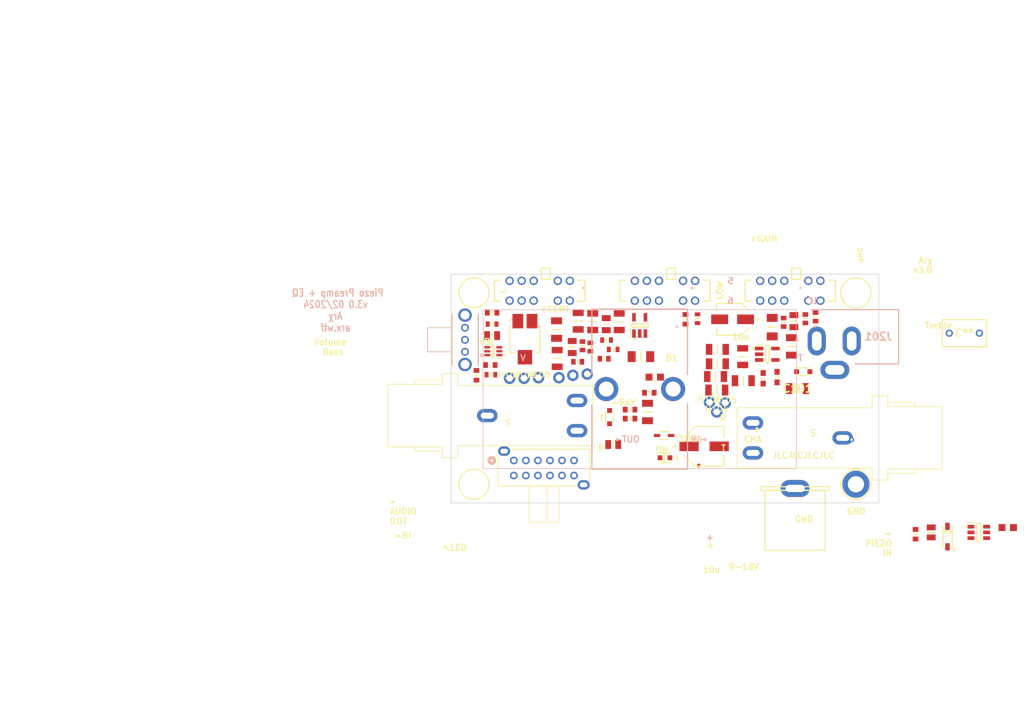
<source format=kicad_pcb>
(kicad_pcb (version 20221018) (generator pcbnew)
  (title_block (title "Piezo Preamp + EQ") (date "2024-01-17") (rev "2.3") (company "Arx") (comment 1 "v2.1: PCB: fixing pad sizes - some were too small") (comment 2 "v2.2: scheme, PCB: fixing T and R pins on audio jacks - they were swapped before") (comment 3 "v2.3: PCB: adjusting board size to better fit the enclosure. Increasing opamp pad sizes."))
  (layers (0 "F.Cu" signal) (1 "In1.Cu" power) (2 "In2.Cu" power) (31 "B.Cu" signal) (34 "B.Paste" user) (35 "F.Paste" user) (36 "B.SilkS" user "B.Silkscreen") (37 "F.SilkS" user "F.Silkscreen") (38 "B.Mask" user) (39 "F.Mask" user) (44 "Edge.Cuts" user))
  (net 0 "")
  (net 1 "PIEZO_ESD")
  (net 2 "GND")
  (net 3 "Vbi")
  (net 4 "VS")
  (net 5 "Vbias")
  (net 6 "/3-BatteryIndicator/BI_B2")
  (net 7 "/1-ChargeAmpAndEQ/BA_1")
  (net 8 "/1-ChargeAmpAndEQ/BA_3")
  (net 9 "/1-ChargeAmpAndEQ/C_SW_5")
  (net 10 "/1-ChargeAmpAndEQ/C_SW_2")
  (net 11 "/1-ChargeAmpAndEQ/C_SW_4")
  (net 12 "/1-ChargeAmpAndEQ/CH_A_INV")
  (net 13 "/1-ChargeAmpAndEQ/CH_A_OUT")
  (net 14 "/1-ChargeAmpAndEQ/G_SW_10")
  (net 15 "/1-ChargeAmpAndEQ/G_SW_9")
  (net 16 "/1-ChargeAmpAndEQ/G_SW_7")
  (net 17 "/1-ChargeAmpAndEQ/G_SW_6")
  (net 18 "/1-ChargeAmpAndEQ/BAX_IN")
  (net 20 "/1-ChargeAmpAndEQ/LPF_SW_9")
  (net 21 "/1-ChargeAmpAndEQ/LPF_SW_7")
  (net 22 "/1-ChargeAmpAndEQ/LPF_SW_6")
  (net 23 "/1-ChargeAmpAndEQ/BAX_A_INV")
  (net 24 "/1-ChargeAmpAndEQ/TR_2")
  (net 25 "/1-ChargeAmpAndEQ/C_SW_6")
  (net 26 "/1-ChargeAmpAndEQ/C_SW_9")
  (net 27 "/1-ChargeAmpAndEQ/C_SW_7")
  (net 28 "AUDIO_ESD")
  (net 29 "/2-Power/DC_IN_POS")
  (net 30 "/2-Power/RP_GATE")
  (net 31 "/3-BatteryIndicator/LED_K")
  (net 32 "DC_IN_NEG")
  (net 33 "/1-ChargeAmpAndEQ/BA_2")
  (net 34 "/1-ChargeAmpAndEQ/BAX_A_OUT")
  (net 35 "/3-BatteryIndicator/BI_SW")
  (net 36 "/3-BatteryIndicator/TRIM_BI_3")
  (net 37 "/3-BatteryIndicator/BI_B1")
  (net 38 "/3-BatteryIndicator/TRIM_LED_1")
  (net 39 "/3-BatteryIndicator/BI_C1")
  (net 40 "/1-ChargeAmpAndEQ/TR_3")
  (net 41 "/1-ChargeAmpAndEQ/TR_1")
  (net 54 "/1-ChargeAmpAndEQ/CIN_RIN")
  (net 55 "/1-ChargeAmpAndEQ/ROUT_COUT")
  (net 56 "/1-ChargeAmpAndEQ/VOL_3")
  (net 57 "/2-Power/DC_IN_ESD")
  (net 58 "PIEZO_IN")
  (net 59 "AUDIO_OUT")
  (net 60 "Net-(J201-SWITCH)")
  (net 61 "Net-(S201-Pad1)")
  (footprint "library:FreePad_1.1mm_2.0mm" (layer "F.Cu") (at 132.8 92.25 90)
    (fp_text reference "H103" hide)
    (fp_text value "Bass 3")
    (pad "1" thru_hole circle (at 0 0 90) (size 1.9 1.9) (drill 1.1) (layers "*.Cu" "*.Mask") (net 8 "/1-ChargeAmpAndEQ/BA_3"))
  )
  (footprint "library:FreePad_1.1mm_2.0mm" (layer "F.Cu") (at 124.6 92.35)
    (fp_text reference "H107" (at 0 -0.5 unlocked) (layer "F.SilkS"))
    (fp_text value "Volume 1")
    (pad "1" thru_hole circle (at 0 0) (size 1.9 1.9) (drill 1.1) (layers "*.Cu" "*.Mask") (net 2 "GND"))
  )
  (footprint "MountingHole:MountingHole_2.7mm_M2.5_ISO14580_Pad" (layer "F.Cu") (at 182.1 109.95)
    (fp_text reference "H401" hide)
    (fp_text value "M2.5 MountingHole_Pad")
    (pad "1" thru_hole circle (at 0 0) (size 4.5 4.5) (drill 2.7) (layers "*.Cu" "*.Mask") (net 2 "GND"))
  )
  (footprint "library:MCA1206MD1005BP100" (layer "F.Cu") (at 146.4 88.75 180)
    (fp_text reference "R104" hide)
    (fp_text value "10M" hide)
    (pad "1" smd rect (at -1.5375 0 180) (size 1.325 1.8) (layers "F.Cu" "F.Paste" "F.Mask") (net 34 "/1-ChargeAmpAndEQ/BAX_A_OUT"))
    (pad "2" smd rect (at 1.5375 0 180) (size 1.325 1.8) (layers "F.Cu" "F.Paste" "F.Mask") (net 23 "/1-ChargeAmpAndEQ/BAX_A_INV"))
  )
  (footprint "library:EEEFTH101XAP" (layer "F.Cu") (at 156.9 103.65)
    (fp_text reference "C103" hide)
    (fp_text value "100u 50V" hide)
    (fp_text user "+" (at -5.5 0.5 unlocked) (layer "F.SilkS") (effects (font (thickness 0.17) bold) (justify left bottom)))
    (pad "1" smd rect (at -2.5 0 90) (size 1.6 3.2) (layers "F.Cu" "F.Paste" "F.Mask") (net 55 "/1-ChargeAmpAndEQ/ROUT_COUT"))
    (pad "2" smd rect (at 2.5 0 90) (size 1.6 3.2) (layers "F.Cu" "F.Paste" "F.Mask") (net 56 "/1-ChargeAmpAndEQ/VOL_3"))
  )
  (footprint "library:GRM1885C1H101JA01D" (layer "F.Cu") (at 140.3 89.1)
    (fp_text reference "C102" hide)
    (fp_text value "100p" hide)
    (pad "1" smd rect (at -0.7 0) (size 0.75 0.94) (layers "F.Cu" "F.Paste" "F.Mask") (net 23 "/1-ChargeAmpAndEQ/BAX_A_INV"))
    (pad "2" smd rect (at 0.7 0) (size 0.75 0.94) (layers "F.Cu" "F.Paste" "F.Mask") (net 34 "/1-ChargeAmpAndEQ/BAX_A_OUT"))
  )
  (footprint "library:GRM1885C1H103JA01D" (layer "F.Cu") (at 173.7 82.45 90)
    (fp_text reference "Cf103" hide)
    (fp_text value "10n" hide)
    (pad "1" smd rect (at -0.7 0 90) (size 0.75 0.94) (layers "F.Cu" "F.Paste" "F.Mask") (net 12 "/1-ChargeAmpAndEQ/CH_A_INV"))
    (pad "2" smd rect (at 0.7 0 90) (size 0.75 0.94) (layers "F.Cu" "F.Paste" "F.Mask") (net 16 "/1-ChargeAmpAndEQ/G_SW_7"))
  )
  (footprint "library:cap_B32529C105J" (layer "F.Cu") (at 197.6 84.85)
    (fp_text reference "C**" (at 2.5 0) (layer "F.SilkS") (effects (font (size 1.27 1.27) (thickness 0.254))))
    (fp_text value "B32529C105J" hide)
    (pad "1" thru_hole circle (at 0 0) (size 1.2 1.2) (drill 0.7) (layers "*.Cu" "*.Mask"))
    (pad "2" thru_hole circle (at 5 0) (size 1.2 1.2) (drill 0.7) (layers "*.Cu" "*.Mask"))
  )
  (footprint "library:FreePad_1.1mm_2.0mm" (layer "F.Cu") (at 127 92.35)
    (fp_text reference "H109" (at 0 -0.5 unlocked) (layer "F.SilkS"))
    (fp_text value "Volume 3")
    (pad "1" thru_hole circle (at 0 0) (size 1.9 1.9) (drill 1.1) (layers "*.Cu" "*.Mask") (net 56 "/1-ChargeAmpAndEQ/VOL_3"))
  )
  (footprint "library:D20V0L1B2WS-7" (layer "F.Cu") (at 150.25 101.85)
    (fp_text reference "D201" hide)
    (fp_text value "20V 15pF" hide)
    (pad "1" smd rect (at -1.162 0 90) (size 0.5 1.075) (layers "F.Cu" "F.Paste" "F.Mask") (net 2 "GND"))
    (pad "2" smd rect (at 1.162 0 90) (size 0.5 1.075) (layers "F.Cu" "F.Paste" "F.Mask") (net 57 "/2-Power/DC_IN_ESD"))
  )
  (footprint "library:KEYSTONE-5201" (layer "F.Cu") (at 172 110.65 180)
    (fp_text reference "J401" hide)
    (fp_text value "Spring Contact" hide)
    (pad "1" thru_hole oval (at 0 0 180) (size 4.8 2.8) (drill oval 3.2 1.2) (layers "*.Cu" "*.Mask") (net 2 "GND"))
  )
  (footprint "library:GRM1885C1H472JA01D" (layer "F.Cu") (at 175.3 85.65 90)
    (fp_text reference "Cf104" hide)
    (fp_text value "4n7" hide)
    (pad "1" smd rect (at -0.7 0 90) (size 0.75 0.94) (layers "F.Cu" "F.Paste" "F.Mask") (net 12 "/1-ChargeAmpAndEQ/CH_A_INV"))
    (pad "2" smd rect (at 0.7 0 90) (size 0.75 0.94) (layers "F.Cu" "F.Paste" "F.Mask") (net 15 "/1-ChargeAmpAndEQ/G_SW_9"))
  )
  (footprint "library:GRM31C5C1H224JE02L" (layer "F.Cu") (at 159.1 87.55 180)
    (fp_text reference "Clp105" hide)
    (fp_text value "220n" hide)
    (pad "1" smd rect (at -1.38 0 180) (size 1.07 1.82) (layers "F.Cu" "F.Paste" "F.Mask") (net 18 "/1-ChargeAmpAndEQ/BAX_IN"))
    (pad "2" smd rect (at 1.38 0 180) (size 1.07 1.82) (layers "F.Cu" "F.Paste" "F.Mask") (net 21 "/1-ChargeAmpAndEQ/LPF_SW_7"))
  )
  (footprint "library:GRM1885C1H682JA01D" (layer "F.Cu") (at 135.9 89.6)
    (fp_text reference "Ct101" hide)
    (fp_text value "6n8" hide)
    (pad "1" smd rect (at -0.7 0) (size 0.75 0.94) (layers "F.Cu" "F.Paste" "F.Mask") (net 23 "/1-ChargeAmpAndEQ/BAX_A_INV"))
    (pad "2" smd rect (at 0.7 0) (size 0.75 0.94) (layers "F.Cu" "F.Paste" "F.Mask") (net 24 "/1-ChargeAmpAndEQ/TR_2"))
  )
  (footprint "library:RT0603BRD0747KL" (layer "F.Cu") (at 121.4 90.15 180)
    (fp_text reference "R303" hide)
    (fp_text value "47k" hide)
    (pad "1" smd rect (at -0.8 0 180) (size 0.8 0.95) (layers "F.Cu" "F.Paste" "F.Mask") (net 3 "Vbi"))
    (pad "2" smd rect (at 0.8 0 180) (size 0.8 0.95) (layers "F.Cu" "F.Paste" "F.Mask") (net 37 "/3-BatteryIndicator/BI_B1"))
  )
  (footprint "MountingHole:MountingHole_2.7mm_M2.5_ISO14580" (layer "F.Cu") (at 118.7 109.95)
    (fp_text reference "H402" hide)
    (fp_text value "M2.5 MountingHole")
    (pad "" np_thru_hole circle locked (at 0 0) (size 2.7 2.7) (drill 2.7) (layers "*.Cu" "*.Mask"))
  )
  (footprint "library:RT0603BRD0747KL" (layer "F.Cu") (at 144.6 97.55)
    (fp_text reference "R203" hide)
    (fp_text value "47k" hide)
    (pad "1" smd rect (at -0.8 0) (size 0.8 0.95) (layers "F.Cu" "F.Paste" "F.Mask") (net 4 "VS"))
    (pad "2" smd rect (at 0.8 0) (size 0.8 0.95) (layers "F.Cu" "F.Paste" "F.Mask") (net 5 "Vbias"))
  )
  (footprint "library:GRM21BR61E226ME44L" (layer "F.Cu") (at 194.6 117.95 -90)
    (fp_text reference "C201" hide)
    (fp_text value "22u" hide)
    (pad "1" smd rect (at -0.83 0 270) (size 0.97 1.47) (layers "F.Cu" "F.Paste" "F.Mask") (net 2 "GND"))
    (pad "2" smd rect (at 0.83 0 270) (size 0.97 1.47) (layers "F.Cu" "F.Paste" "F.Mask") (net 3 "Vbi"))
  )
  (footprint "library:FreePad_1.1mm_2.0mm" (layer "F.Cu") (at 159 97.95)
    (fp_text reference "H104" (at 0 -0.5 unlocked) (layer "F.SilkS"))
    (fp_text value "Treble 1")
    (pad "1" thru_hole circle (at 0 0) (size 1.9 1.9) (drill 1.1) (layers "*.Cu" "*.Mask") (net 41 "/1-ChargeAmpAndEQ/TR_1"))
  )
  (footprint "library:OPA145IDBVR" (layer "F.Cu") (at 167.3875 88.35)
    (fp_text reference "U101" hide)
    (fp_text value "OPA145" hide)
    (pad "1" smd rect (at -1.35 -0.95 90) (size 0.6 1.4) (layers "F.Cu" "F.Paste" "F.Mask") (net 13 "/1-ChargeAmpAndEQ/CH_A_OUT"))
    (pad "2" smd rect (at -1.35 0 90) (size 0.6 1.4) (layers "F.Cu" "F.Paste" "F.Mask") (net 2 "GND"))
    (pad "3" smd rect (at -1.35 0.95 90) (size 0.6 1.4) (layers "F.Cu" "F.Paste" "F.Mask") (net 5 "Vbias"))
    (pad "4" smd rect (at 1.35 0.95 90) (size 0.6 1.4) (layers "F.Cu" "F.Paste" "F.Mask") (net 12 "/1-ChargeAmpAndEQ/CH_A_INV"))
    (pad "5" smd rect (at 1.35 -0.95 90) (size 0.6 1.4) (layers "F.Cu" "F.Paste" "F.Mask") (net 4 "VS"))
  )
  (footprint "library:SSSS224100" (layer "F.Cu") (at 150.4 76.05 180)
    (fp_text reference "S102" hide)
    (fp_text value "SSSS224100" hide)
    (pad "1" thru_hole circle locked (at -5 -0.1 180) (size 1.4 1.4) (drill 0.9) (layers "*.Cu" "*.Mask"))
    (pad "2" thru_hole circle locked (at -3 -0.1 180) (size 1.4 1.4) (drill 0.9) (layers "*.Cu" "*.Mask"))
    (pad "3" thru_hole circle locked (at 1 -0.1 180) (size 1.4 1.4) (drill 0.9) (layers "*.Cu" "*.Mask"))
    (pad "4" thru_hole circle locked (at 3 -0.1 180) (size 1.4 1.4) (drill 0.9) (layers "*.Cu" "*.Mask"))
    (pad "5" thru_hole circle locked (at 5 -0.1 180) (size 1.4 1.4) (drill 0.9) (layers "*.Cu" "*.Mask"))
    (pad "6" thru_hole circle locked (at 5 -3.4 180) (size 1.4 1.4) (drill 0.9) (layers "*.Cu" "*.Mask") (net 22 "/1-ChargeAmpAndEQ/LPF_SW_6"))
    (pad "7" thru_hole circle locked (at 3 -3.4 180) (size 1.4 1.4) (drill 0.9) (layers "*.Cu" "*.Mask") (net 21 "/1-ChargeAmpAndEQ/LPF_SW_7"))
    (pad "8" thru_hole circle locked (at 1 -3.4 180) (size 1.4 1.4) (drill 0.9) (layers "*.Cu" "*.Mask") (net 13 "/1-ChargeAmpAndEQ/CH_A_OUT"))
    (pad "9" thru_hole circle locked (at -3 -3.4 180) (size 1.4 1.4) (drill 0.9) (layers "*.Cu" "*.Mask") (net 20 "/1-ChargeAmpAndEQ/LPF_SW_9"))
    (pad "10" thru_hole circle locked (at -5 -3.4 180) (size 1.4 1.4) (drill 0.9) (layers "*.Cu" "*.Mask"))
  )
  (footprint "library:RT0603DRD072K2L" (layer "F.Cu") (at 147.8 94.75 180)
    (fp_text reference "Rt102" hide)
    (fp_text value "2k2" hide)
    (pad "1" smd rect (at -0.8 0 180) (size 0.8 0.95) (layers "F.Cu" "F.Paste" "F.Mask") (net 41 "/1-ChargeAmpAndEQ/TR_1"))
    (pad "2" smd rect (at 0.8 0 180) (size 0.8 0.95) (layers "F.Cu" "F.Paste" "F.Mask") (net 34 "/1-ChargeAmpAndEQ/BAX_A_OUT"))
  )
  (footprint "library:GRM31C5C1H683JA01L" (layer "F.Cu") (at 159 94.3)
    (fp_text reference "Clp101" hide)
    (fp_text value "68n" hide)
    (pad "1" smd rect (at -1.38 0) (size 1.07 1.82) (layers "F.Cu" "F.Paste" "F.Mask") (net 13 "/1-ChargeAmpAndEQ/CH_A_OUT"))
    (pad "2" smd rect (at 1.38 0) (size 1.07 1.82) (layers "F.Cu" "F.Paste" "F.Mask") (net 18 "/1-ChargeAmpAndEQ/BAX_IN"))
  )
  (footprint "library:CDSOD323-T12LC" (layer "F.Cu") (at 141.2 98.8 90)
    (fp_text reference "D102" hide)
    (fp_text value "12V 1pF" hide)
    (pad "1" smd rect (at -1.1 0 180) (size 0.8 0.8) (layers "F.Cu" "F.Paste" "F.Mask") (net 2 "GND"))
    (pad "2" smd rect (at 1.1 0 180) (size 0.8 0.8) (layers "F.Cu" "F.Paste" "F.Mask") (net 28 "AUDIO_ESD"))
  )
  (footprint "library:RT0603BRD07100KL" (layer "F.Cu") (at 121.7 81.45 180)
    (fp_text reference "R301" hide)
    (fp_text value "100k" hide)
    (pad "1" smd rect (at -0.8 0 180) (size 0.8 0.95) (layers "F.Cu" "F.Paste" "F.Mask") (net 35 "/3-BatteryIndicator/BI_SW"))
    (pad "2" smd rect (at 0.8 0 180) (size 0.8 0.95) (layers "F.Cu" "F.Paste" "F.Mask") (net 6 "/3-BatteryIndicator/BI_B2"))
  )
  (footprint "library:GRM31C5C2A104JA01L" (layer "F.Cu") (at 132.5 89.05 90)
    (fp_text reference "C206" hide)
    (fp_text value "100n" hide)
    (pad "1" smd rect (at -1.38 0 90) (size 1.07 1.82) (layers "F.Cu" "F.Paste" "F.Mask") (net 2 "GND"))
    (pad "2" smd rect (at 1.38 0 90) (size 1.07 1.82) (layers "F.Cu" "F.Paste" "F.Mask") (net 4 "VS"))
  )
  (footprint "library:GRM21BR61E226ME44L" (layer "F.Cu") (at 121.7 85.25 180)
    (fp_text reference "C301" hide)
    (fp_text value "22u" hide)
    (pad "1" smd rect (at -0.83 0 180) (size 0.97 1.47) (layers "F.Cu" "F.Paste" "F.Mask") (net 2 "GND"))
    (pad "2" smd rect (at 0.83 0 180) (size 0.97 1.47) (layers "F.Cu" "F.Paste" "F.Mask") (net 6 "/3-BatteryIndicator/BI_B2"))
  )
  (footprint "MountingHole:MountingHole_2.7mm_M2.5_ISO14580" (layer "F.Cu") (at 182.1 78.15)
    (fp_text reference "H404" hide)
    (fp_text value "M2.5 MountingHole")
    (pad "" np_thru_hole circle locked (at 0 0) (size 2.7 2.7) (drill 2.7) (layers "*.Cu" "*.Mask"))
  )
  (footprint "library:RT0603BRD0710KL" (layer "F.Cu") (at 119.1 91.85 90)
    (fp_text reference "R304" hide)
    (fp_text value "10k" hide)
    (pad "1" smd rect (at -0.8 0 90) (size 0.8 0.95) (layers "F.Cu" "F.Paste" "F.Mask") (net 31 "/3-BatteryIndicator/LED_K"))
    (pad "2" smd rect (at 0.8 0 90) (size 0.8 0.95) (layers "F.Cu" "F.Paste" "F.Mask") (net 39 "/3-BatteryIndicator/BI_C1"))
  )
  (footprint "library:EEEFK1H100UR" (layer "F.Cu") (at 161.625 82.55 180)
    (fp_text reference "Clp103" hide)
    (fp_text value "10u 50V" hide)
    (fp_text user "+" (at -4.95 0.5 180 unlocked) (layer "F.SilkS") (effects (font (thickness 0.17) bold) (justify left bottom)))
    (pad "1" smd rect (at -2.15 0 270) (size 1.6 2.8) (layers "F.Cu" "F.Paste" "F.Mask") (net 22 "/1-ChargeAmpAndEQ/LPF_SW_6"))
    (pad "2" smd rect (at 2.15 0 270) (size 1.6 2.8) (layers "F.Cu" "F.Paste" "F.Mask") (net 18 "/1-ChargeAmpAndEQ/BAX_IN"))
  )
  (footprint "library:DDZ12B-7" (layer "F.Cu") (at 197.3 118.65 -90)
    (fp_text reference "D202" hide)
    (fp_text value "DDZ12B-7" hide)
    (fp_text user "+" (at 1.4 -0.6 -90 unlocked) (layer "F.SilkS") (effects (font (thickness 0.17) bold) (justify left bottom)))
    (pad "1" smd rect (at -1.7 0) (size 0.75 1.2) (layers "F.Cu" "F.Paste" "F.Mask") (net 3 "Vbi"))
    (pad "2" smd rect (at 1.7 0) (size 0.75 1.2) (layers "F.Cu" "F.Paste" "F.Mask") (net 30 "/2-Power/RP_GATE"))
  )
  (footprint "library:ERA-6AEB101V" (layer "F.Cu") (at 207.3 117.15 180)
    (fp_text reference "R202" hide)
    (fp_text value "100R" hide)
    (pad "1" smd rect (at -0.95 0 180) (size 1.15 1.15) (layers "F.Cu" "F.Paste" "F.Mask") (net 4 "VS"))
    (pad "2" smd rect (at 0.95 0 180) (size 1.15 1.15) (layers "F.Cu" "F.Paste" "F.Mask") (net 3 "Vbi"))
  )
  (footprint "library:GRM31C5C2A104JA01L" (layer "F.Cu") (at 163.4 92.75)
    (fp_text reference "C204" hide)
    (fp_text value "100n" hide)
    (pad "1" smd rect (at -1.38 0) (size 1.07 1.82) (layers "F.Cu" "F.Paste" "F.Mask") (net 2 "GND"))
    (pad "2" smd rect (at 1.38 0) (size 1.07 1.82) (layers "F.Cu" "F.Paste" "F.Mask") (net 4 "VS"))
  )
  (footprint "library:ST-4ETB103" (layer "F.Cu") (at 127.149849 85.85 180)
    (fp_text reference "RV301" hide)
    (fp_text value "trim B10k" hide)
    (pad "1" smd rect (at 1.175 3 180) (size 1.8 2.4) (layers "F.Cu" "F.Paste" "F.Mask") (net 2 "GND"))
    (pad "2" smd rect (at 0 -3 180) (size 2.4 2.4) (layers "F.Cu" "F.Paste" "F.Mask") (net 36 "/3-BatteryIndicator/TRIM_BI_3"))
    (pad "3" smd rect (at -1.175 3 180) (size 1.8 2.4) (layers "F.Cu" "F.Paste" "F.Mask") (net 36 "/3-BatteryIndicator/TRIM_BI_3"))
  )
  (footprint "library:FreePad_1.1mm_2.0mm" (layer "F.Cu") (at 137.5 91.65 90)
    (fp_text reference "H102" hide)
    (fp_text value "Bass 2")
    (pad "1" thru_hole circle (at 0 0 90) (size 1.9 1.9) (drill 1.1) (layers "*.Cu" "*.Mask") (net 33 "/1-ChargeAmpAndEQ/BA_2"))
  )
  (footprint "library:C3216X5R1H106K160AB" (layer "F.Cu") (at 147.5 97.95 90)
    (fp_text reference "C203" hide)
    (fp_text value "10u" hide)
    (pad "1" smd rect (at -1.45 0 90) (size 1.15 1.82) (layers "F.Cu" "F.Paste" "F.Mask") (net 2 "GND"))
    (pad "2" smd rect (at 1.45 0 90) (size 1.15 1.82) (layers "F.Cu" "F.Paste" "F.Mask") (net 5 "Vbias"))
  )
  (footprint "library:GRM31C5C1H683JA01L" (layer "F.Cu") (at 142.8 82.95 90)
    (fp_text reference "Cb101" hide)
    (fp_text value "68n" hide)
    (pad "1" smd rect (at -1.38 0 90) (size 1.07 1.82) (layers "F.Cu" "F.Paste" "F.Mask") (net 7 "/1-ChargeAmpAndEQ/BA_1"))
    (pad "2" smd rect (at 1.38 0 90) (size 1.07 1.82) (layers "F.Cu" "F.Paste" "F.Mask") (net 8 "/1-ChargeAmpAndEQ/BA_3"))
  )
  (footprint "library:GRM31C5C1E474JE01L" (layer "F.Cu") (at 172.4 94.05)
    (fp_text reference "C101" (at 0 0) (layer "F.SilkS") (effects (font (size 1.27 1.27) (thickness 0.254))))
    (fp_text value "0.47u" hide)
    (pad "1" smd rect (at -1.38 0) (size 1.07 1.82) (layers "F.Cu" "F.Paste" "F.Mask") (net 54 "/1-ChargeAmpAndEQ/CIN_RIN"))
    (pad "2" smd rect (at 1.38 0) (size 1.07 1.82) (layers "F.Cu" "F.Paste" "F.Mask") (net 1 "PIEZO_ESD"))
  )
  (footprint "library:GRM31C5C1H683JA01L" (layer "F.Cu") (at 138.4 82.95 -90)
    (fp_text reference "Cb103" hide)
    (fp_text value "68n" hide)
    (pad "1" smd rect (at -1.38 0 270) (size 1.07 1.82) (layers "F.Cu" "F.Paste" "F.Mask") (net 11 "/1-ChargeAmpAndEQ/C_SW_4"))
    (pad "2" smd rect (at 1.38 0 270) (size 1.07 1.82) (layers "F.Cu" "F.Paste" "F.Mask") (net 7 "/1-ChargeAmpAndEQ/BA_1"))
  )
  (footprint "library:RT0603BRD0710KL" (layer "F.Cu") (at 192 118.25 90)
    (fp_text reference "R201" hide)
    (fp_text value "10k" hide)
    (pad "1" smd rect (at -0.8 0 90) (size 0.8 0.95) (layers "F.Cu" "F.Paste" "F.Mask") (net 30 "/2-Power/RP_GATE"))
    (pad "2" smd rect (at 0.8 0 90) (size 0.8 0.95) (layers "F.Cu" "F.Paste" "F.Mask") (net 2 "GND"))
  )
  (footprint "library:C3216X5R1H106K160AB" (layer "F.Cu") (at 132.4 84.25 90)
    (fp_text reference "C207" hide)
    (fp_text value "10u" hide)
    (pad "1" smd rect (at -1.45 0 90) (size 1.15 1.82) (layers "F.Cu" "F.Paste" "F.Mask") (net 2 "GND"))
    (pad "2" smd rect (at 1.45 0 90) (size 1.15 1.82) (layers "F.Cu" "F.Paste" "F.Mask") (net 4 "VS"))
  )
  (footprint "library:FreePad_1.1mm_2.0mm" (layer "F.Cu") (at 135.1 91.85 90)
    (fp_text reference "H101" hide)
    (fp_text value "Bass 1")
    (pad "1" thru_hole circle (at 0 0 90) (size 1.9 1.9) (drill 1.1) (layers "*.Cu" "*.Mask") (net 7 "/1-ChargeAmpAndEQ/BA_1"))
  )
  (footprint "library:OPA145IDBVR" (layer "F.Cu") (at 146.2 83.5625 90)
    (fp_text reference "U102" hide)
    (fp_text value "OPA145" hide)
    (pad "1" smd rect (at -1.35 -0.95 180) (size 0.6 1.4) (layers "F.Cu" "F.Paste" "F.Mask") (net 34 "/1-ChargeAmpAndEQ/BAX_A_OUT"))
    (pad "2" smd rect (at -1.35 0 180) (size 0.6 1.4) (layers "F.Cu" "F.Paste" "F.Mask") (net 2 "GND"))
    (pad "3" smd rect (at -1.35 0.95 180) (size 0.6 1.4) (layers "F.Cu" "F.Paste" "F.Mask") (net 5 "Vbias"))
    (pad "4" smd rect (at 1.35 0.95 180) (size 0.6 1.4) (layers "F.Cu" "F.Paste" "F.Mask") (net 23 "/1-ChargeAmpAndEQ/BAX_A_INV"))
    (pad "5" smd rect (at 1.35 -0.95 180) (size 0.6 1.4) (layers "F.Cu" "F.Paste" "F.Mask") (net 4 "VS"))
  )
  (footprint "library:ERA-3AEB392V" (layer "F.Cu") (at 121.5 91.75 180)
    (fp_text reference "R304" hide)
    (fp_text value "3k9" hide)
    (pad "1" smd rect (at -0.725 0 180) (size 0.65 0.9) (layers "F.Cu" "F.Paste" "F.Mask") (net 38 "/3-BatteryIndicator/TRIM_LED_1"))
    (pad "2" smd rect (at 0.725 0 180) (size 0.65 0.9) (layers "F.Cu" "F.Paste" "F.Mask") (net 39 "/3-BatteryIndicator/BI_C1"))
  )
  (footprint "library:RT0603DRD072K2L" (layer "F.Cu") (at 153.8 82.55 90)
    (fp_text reference "Rt101" hide)
    (fp_text value "2k2" hide)
    (pad "1" smd rect (at -0.8 0 90) (size 0.8 0.95) (layers "F.Cu" "F.Paste" "F.Mask") (net 18 "/1-ChargeAmpAndEQ/BAX_IN"))
    (pad "2" smd rect (at 0.8 0 90) (size 0.8 0.95) (layers "F.Cu" "F.Paste" "F.Mask") (net 40 "/1-ChargeAmpAndEQ/TR_3"))
  )
  (footprint "library:GRM1885C1H472JA01D" (layer "F.Cu") (at 138 87.15 90)
    (fp_text reference "Ct104" hide)
    (fp_text value "4n7" hide)
    (pad "1" smd rect (at -0.7 0 90) (size 0.75 0.94) (layers "F.Cu" "F.Paste" "F.Mask") (net 24 "/1-ChargeAmpAndEQ/TR_2"))
    (pad "2" smd rect (at 0.7 0 90) (size 0.75 0.94) (layers "F.Cu" "F.Paste" "F.Mask") (net 26 "/1-ChargeAmpAndEQ/C_SW_9"))
  )
  (footprint "library:CUI_SJ-63053A" (layer "F.Cu") (at 120.9 98.55)
    (fp_text reference "J102" hide)
    (fp_text value "6.3mm stereo")
    (pad "1" thru_hole oval (at 0 0) (size 3.4 2.2) (drill oval 2.2 1) (layers "*.Cu" "*.Mask") (net 2 "GND"))
    (pad "2" thru_hole oval (at 14.9 2.5) (size 3.4 2.2) (drill oval 2.2 1) (layers "*.Cu" "*.Mask") (net 59 "AUDIO_OUT"))
    (pad "3" thru_hole oval (at 14.9 -2.5) (size 3.4 2.2) (drill oval 2.2 1) (layers "*.Cu" "*.Mask") (net 32 "DC_IN_NEG"))
  )
  (footprint "library:CUI_SJ-63053A" (layer "F.Cu") (at 179.9 102.25 180)
    (fp_text reference "J101" hide)
    (fp_text value "6.3mm stereo")
    (pad "1" thru_hole oval locked (at 0 0 180) (size 3.4 2.2) (drill oval 2.2 1) (layers "*.Cu" "*.Mask") (net 2 "GND"))
    (pad "2" thru_hole oval locked (at 14.9 2.5 180) (size 3.4 2.2) (drill oval 2.2 1) (layers "*.Cu" "*.Mask") (net 58 "PIEZO_IN"))
    (pad "3" thru_hole oval locked (at 14.9 -2.5 180) (size 3.4 2.2) (drill oval 2.2 1) (layers "*.Cu" "*.Mask") (net 2 "GND"))
  )
  (footprint "library:pot_R16148-1A-1_FabOnly" (layer "F.Cu") (at 176.1 50.45 -90)
    (fp_text reference "Volume" hide)
    (fp_text value "Volume")
  )
  (footprint "library:GRM1885C1H682JA01D" (layer "F.Cu") (at 136.7 86.95 90)
    (fp_text reference "Ct103" hide)
    (fp_text value "6n8" hide)
    (pad "1" smd rect (at -0.7 0 90) (size 0.75 0.94) (layers "F.Cu" "F.Paste" "F.Mask") (net 24 "/1-ChargeAmpAndEQ/TR_2"))
    (pad "2" smd rect (at 0.7 0 90) (size 0.75 0.94) (layers "F.Cu" "F.Paste" "F.Mask") (net 27 "/1-ChargeAmpAndEQ/C_SW_7"))
  )
  (footprint "library:GRM31C5C1H224JE02L" (layer "F.Cu") (at 159.1 89.95 180)
    (fp_text reference "Clp104" hide)
    (fp_text value "220n" hide)
    (pad "1" smd rect (at -1.38 0 180) (size 1.07 1.82) (layers "F.Cu" "F.Paste" "F.Mask") (net 18 "/1-ChargeAmpAndEQ/BAX_IN"))
    (pad "2" smd rect (at 1.38 0 180) (size 1.07 1.82) (layers "F.Cu" "F.Paste" "F.Mask") (net 21 "/1-ChargeAmpAndEQ/LPF_SW_7"))
  )
  (footprint "library:C3216X5R1H106K160AB" (layer "F.Cu") (at 171.4 87.05 90)
    (fp_text reference "C205" hide)
    (fp_text value "10u" hide)
    (pad "1" smd rect (at -1.45 0 90) (size 1.15 1.82) (layers "F.Cu" "F.Paste" "F.Mask") (net 2 "GND"))
    (pad "2" smd rect (at 1.45 0 90) (size 1.15 1.82) (layers "F.Cu" "F.Paste" "F.Mask") (net 4 "VS"))
  )
  (footprint "library:MCA1206MD1005BP100" (layer "F.Cu") (at 168.2 83.85 90)
    (fp_text reference "Rf101" hide)
    (fp_text value "10M" hide)
    (pad "1" smd rect (at -1.5375 0 90) (size 1.325 1.8) (layers "F.Cu" "F.Paste" "F.Mask") (net 12 "/1-ChargeAmpAndEQ/CH_A_INV"))
    (pad "2" smd rect (at 1.5375 0 90) (size 1.325 1.8) (layers "F.Cu" "F.Paste" "F.Mask") (net 13 "/1-ChargeAmpAndEQ/CH_A_OUT"))
  )
  (footprint "library:EG4208A" (layer "F.Cu") (at 130.3 107.25)
    (fp_text reference "S201" hide)
    (fp_text value "EG4208A")
    (pad "" thru_hole oval (at -6.600002 -2.799999) (size 2 1.55) (drill oval 1.25 0.8) (layers "*.Cu" "*.Mask"))
    (pad "" thru_hole oval (at 6.600002 2.8) (size 2 1.55) (drill oval 1.25 0.8) (layers "*.Cu" "*.Mask"))
    (pad "1" thru_hole circle (at -5 -1.25) (size 1.27 1.27) (drill 0.762) (layers "*.Cu" "*.Mask") (net 61 "Net-(S201-Pad1)"))
    (pad "2" thru_hole circle (at -2.999999 -1.25) (size 1.27 1.27) (drill 0.762) (layers "*.Cu" "*.Mask") (net 58 "PIEZO_IN"))
    (pad "3" thru_hole circle (at -1 -1.25) (size 1.27 1.27) (drill 0.762) (layers "*.Cu" "*.Mask") (net 1 "PIEZO_ESD"))
    (pad "4" thru_hole circle (at 1.000001 -1.25) (size 1.27 1.27) (drill 0.762) (layers "*.Cu" "*.Mask"))
    (pad "5" thru_hole circle (at 2.999999 -1.25) (size 1.27 1.27) (drill 0.762) (layers "*.Cu" "*.Mask"))
    (pad "6" thru_hole circle (at 5 -1.25) (size 1.27 1.27) (drill 0.762) (layers "*.Cu" "*.Mask"))
    (pad "7" thru_hole circle (at -5 1.25) (size 1.27 1.27) (drill 0.762) (layers "*.Cu" "*.Mask") (net 61 "Net-(S201-Pad1)"))
    (pad "8" thru_hole circle (at -2.999999 1.25) (size 1.27 1.27) (drill 0.762) (layers "*.Cu" "*.Mask") (net 59 "AUDIO_OUT"))
    (pad "9" thru_hole circle (at -1 1.25) (size 1.27 1.27) (drill 0.762) (layers "*.Cu" "*.Mask") (net 28 "AUDIO_ESD"))
    (pad "10" thru_hole circle (at 1.000001 1.25) (size 1.27 1.27) (drill 0.762) (layers "*.Cu" "*.Mask"))
    (pad "11" thru_hole circle (at 2.999999 1.25) (size 1.27 1.27) (drill 0.762) (layers "*.Cu" "*.Mask") (net 57 "/2-Power/DC_IN_ESD"))
    (pad "12" thru_hole circle (at 5 1.25) (size 1.27 1.27) (drill 0.762) (layers "*.Cu" "*.Mask") (net 29 "/2-Power/DC_IN_POS"))
  )
  (footprint "library:FreePad_1.1mm_2.0mm" (layer "F.Cu") (at 160.4 96.45)
    (fp_text reference "H105" (at 0 -0.5 unlocked) (layer "F.SilkS"))
    (fp_text value "Treble 2")
    (pad "1" thru_hole circle (at 0 0) (size 1.9 1.9) (drill 1.1) (layers "*.Cu" "*.Mask") (net 24 "/1-ChargeAmpAndEQ/TR_2"))
  )
  (footprint "library:GRM31C5C1H224JE02L" (layer "F.Cu") (at 158.8 92.05)
    (fp_text reference "Clp102" hide)
    (fp_text value "220n" hide)
    (pad "1" smd rect (at -1.38 0) (size 1.07 1.82) (layers "F.Cu" "F.Paste" "F.Mask") (net 13 "/1-ChargeAmpAndEQ/CH_A_OUT"))
    (pad "2" smd rect (at 1.38 0) (size 1.07 1.82) (layers "F.Cu" "F.Paste" "F.Mask") (net 18 "/1-ChargeAmpAndEQ/BAX_IN"))
  )
  (footprint "library:CDSOD323-T12LC" (layer "F.Cu") (at 173.35 91.25)
    (fp_text reference "D101" hide)
    (fp_text value "12V 1pF" hide)
    (pad "1" smd rect (at -1.1 0 90) (size 0.8 0.8) (layers "F.Cu" "F.Paste" "F.Mask") (net 2 "GND"))
    (pad "2" smd rect (at 1.1 0 90) (size 0.8 0.8) (layers "F.Cu" "F.Paste" "F.Mask") (net 1 "PIEZO_ESD"))
  )
  (footprint "library:ERA-3AEB392V" (layer "F.Cu") (at 141.8 87.55 180)
    (fp_text reference "Rb102" hide)
    (fp_text value "3k9" hide)
    (pad "1" smd rect (at -0.725 0 180) (size 0.65 0.9) (layers "F.Cu" "F.Paste" "F.Mask") (net 7 "/1-ChargeAmpAndEQ/BA_1"))
    (pad "2" smd rect (at 0.725 0 180) (size 0.65 0.9) (layers "F.Cu" "F.Paste" "F.Mask") (net 34 "/1-ChargeAmpAndEQ/BAX_A_OUT"))
  )
  (footprint "library:SSSS224100" (layer "F.Cu") (at 129.6 76.05 180)
    (fp_text reference "S103" hide)
    (fp_text value "SSSS224100" hide)
    (pad "1" thru_hole circle (at -5 -0.1 180) (size 1.4 1.4) (drill 0.9) (layers "*.Cu" "*.Mask"))
    (pad "2" thru_hole circle (at -3 -0.1 180) (size 1.4 1.4) (drill 0.9) (layers "*.Cu" "*.Mask") (net 10 "/1-ChargeAmpAndEQ/C_SW_2"))
    (pad "3" thru_hole circle (at 1 -0.1 180) (size 1.4 1.4) (drill 0.9) (layers "*.Cu" "*.Mask") (net 8 "/1-ChargeAmpAndEQ/BA_3"))
    (pad "4" thru_hole circle (at 3 -0.1 180) (size 1.4 1.4) (drill 0.9) (layers "*.Cu" "*.Mask") (net 11 "/1-ChargeAmpAndEQ/C_SW_4"))
    (pad "5" thru_hole circle (at 5 -0.1 180) (size 1.4 1.4) (drill 0.9) (layers "*.Cu" "*.Mask") (net 9 "/1-ChargeAmpAndEQ/C_SW_5"))
    (pad "6" thru_hole circle (at 5 -3.4 180) (size 1.4 1.4) (drill 0.9) (layers "*.Cu" "*.Mask") (net 25 "/1-ChargeAmpAndEQ/C_SW_6"))
    (pad "7" thru_hole circle (at 3 -3.4 180) (size 1.4 1.4) (drill 0.9) (layers "*.Cu" "*.Mask") (net 27 "/1-ChargeAmpAndEQ/C_SW_7"))
    (pad "8" thru_hole circle (at 1 -3.4 180) (size 1.4 1.4) (drill 0.9) (layers "*.Cu" "*.Mask") (net 23 "/1-ChargeAmpAndEQ/BAX_A_INV"))
    (pad "9" thru_hole circle (at -3 -3.4 180) (size 1.4 1.4) (drill 0.9) (layers "*.Cu" "*.Mask") (net 26 "/1-ChargeAmpAndEQ/C_SW_9"))
    (pad "10" thru_hole circle (at -5 -3.4 180) (size 1.4 1.4) (drill 0.9) (layers "*.Cu" "*.Mask"))
  )
  (footprint "library:RT0603BRD07150RL_UL-M" (layer "F.Cu") (at 169 92.15 90)
    (fp_text reference "R102" hide)
    (fp_text value "150R")
    (pad "1" smd rect (at -0.8763 0 90) (size 0.9652 0.8636) (layers "F.Cu" "F.Paste" "F.Mask") (net 54 "/1-ChargeAmpAndEQ/CIN_RIN"))
    (pad "2" smd rect (at 0.8763 0 90) (size 0.9652 0.8636) (layers "F.Cu" "F.Paste" "F.Mask") (net 12 "/1-ChargeAmpAndEQ/CH_A_INV"))
  )
  (footprint "library:CGA4J2C0G1H223J125AA" (layer "F.Cu") (at 171.8 82.85 90)
    (fp_text reference "Cf102" hide)
    (fp_text value "22n" hide)
    (pad "1" smd rect (at -1 0 90) (size 1 1.47) (layers "F.Cu" "F.Paste" "F.Mask") (net 12 "/1-ChargeAmpAndEQ/CH_A_INV"))
    (pad "2" smd rect (at 1 0 90) (size 1 1.47) (layers "F.Cu" "F.Paste" "F.Mask") (net 17 "/1-ChargeAmpAndEQ/G_SW_6"))
  )
  (footprint "library:ZXMP3A17E6TA" (layer "F.Cu") (at 202.5 117.95)
    (fp_text reference "U201" hide)
    (fp_text value "ZXMP3A17E6TA" hide)
    (pad "1" smd rect (at -1.3 -0.95 90) (size 0.6 1.15) (layers "F.Cu" "F.Paste" "F.Mask") (net 57 "/2-Power/DC_IN_ESD"))
    (pad "2" smd rect (at -1.3 0 90) (size 0.6 1.15) (layers "F.Cu" "F.Paste" "F.Mask") (net 57 "/2-Power/DC_IN_ESD"))
    (pad "3" smd rect (at -1.3 0.95 90) (size 0.6 1.15) (layers "F.Cu" "F.Paste" "F.Mask") (net 30 "/2-Power/RP_GATE"))
    (pad "4" smd rect (at 1.3 0.95 90) (size 0.6 1.15) (layers "F.Cu" "F.Paste" "F.Mask") (net 3 "Vbi"))
    (pad "5" smd rect (at 1.3 0 90) (size 0.6 1.15) (layers "F.Cu" "F.Paste" "F.Mask") (net 57 "/2-Power/DC_IN_ESD"))
    (pad "6" smd rect (at 1.3 -0.95 90) (size 0.6 1.15) (layers "F.Cu" "F.Paste" "F.Mask") (net 57 "/2-Power/DC_IN_ESD"))
  )
  (footprint "library:SSSS224100" (layer "F.Cu") (at 171.2 76.05 180)
    (fp_text reference "S101" hide)
    (fp_text value "SSSS224100" hide)
    (pad "1" thru_hole circle locked (at -5 -0.1 180) (size 1.4 1.4) (drill 0.9) (layers "*.Cu" "*.Mask"))
    (pad "2" thru_hole circle locked (at -3 -0.1 180) (size 1.4 1.4) (drill 0.9) (layers "*.Cu" "*.Mask"))
    (pad "3" thru_hole circle locked (at 1 -0.1 180) (size 1.4 1.4) (drill 0.9) (layers "*.Cu" "*.Mask"))
    (pad "4" thru_hole circle locked (at 3 -0.1 180) (size 1.4 1.4) (drill 0.9) (layers "*.Cu" "*.Mask"))
    (pad "5" thru_hole circle locked (at 5 -0.1 180) (size 1.4 1.4) (drill 0.9) (layers "*.Cu" "*.Mask"))
    (pad "6" thru_hole circle locked (at 5 -3.4 180) (size 1.4 1.4) (drill 0.9) (layers "*.Cu" "*.Mask") (net 17 "/1-ChargeAmpAndEQ/G_SW_6"))
    (pad "7" thru_hole circle locked (at 3 -3.4 180) (size 1.4 1.4) (drill 0.9) (layers "*.Cu" "*.Mask") (net 16 "/1-ChargeAmpAndEQ/G_SW_7"))
    (pad "8" thru_hole circle locked (at 1 -3.4 180) (size 1.4 1.4) (drill 0.9) (layers "*.Cu" "*.Mask") (net 13 "/1-ChargeAmpAndEQ/CH_A_OUT"))
    (pad "9" thru_hole circle locked (at -3 -3.4 180) (size 1.4 1.4) (drill 0.9) (layers "*.Cu" "*.Mask") (net 15 "/1-ChargeAmpAndEQ/G_SW_9"))
    (pad "10" thru_hole circle locked (at -5 -3.4 180) (size 1.4 1.4) (drill 0.9) (layers "*.Cu" "*.Mask") (net 14 "/1-ChargeAmpAndEQ/G_SW_10"))
  )
  (footprint "library:ERA-3AEB392V" (layer "F.Cu") (at 140.7 86 180)
    (fp_text reference "R103" hide)
    (fp_text value "3k9" hide)
    (pad "1" smd rect (at -0.725 0 180) (size 0.65 0.9) (layers "F.Cu" "F.Paste" "F.Mask") (net 33 "/1-ChargeAmpAndEQ/BA_2"))
    (pad "2" smd rect (at 0.725 0 180) (size 0.65 0.9) (layers "F.Cu" "F.Paste" "F.Mask") (net 23 "/1-ChargeAmpAndEQ/BAX_A_INV"))
  )
  (footprint "library:ERA-6AEB101V" (layer "F.Cu") (at 148.7 92.15 180)
    (fp_text reference "R105" hide)
    (fp_text value "100R" hide)
    (pad "1" smd rect (at -0.95 0 180) (size 1.15 1.15) (layers "F.Cu" "F.Paste" "F.Mask") (net 55 "/1-ChargeAmpAndEQ/ROUT_COUT"))
    (pad "2" smd rect (at 0.95 0 180) (size 1.15 1.15) (layers "F.Cu" "F.Paste" "F.Mask") (net 34 "/1-ChargeAmpAndEQ/BAX_A_OUT"))
  )
  (footprint "library:GRM1885C1H102JA01D" (layer "F.Cu") (at 170.1 83.05 90)
    (fp_text reference "Cf101" hide)
    (fp_text value "1n" hide)
    (pad "1" smd rect (at -0.7 0 90) (size 0.75 0.94) (layers "F.Cu" "F.Paste" "F.Mask") (net 12 "/1-ChargeAmpAndEQ/CH_A_INV"))
    (pad "2" smd rect (at 0.7 0 90) (size 0.75 0.94) (layers "F.Cu" "F.Paste" "F.Mask") (net 13 "/1-ChargeAmpAndEQ/CH_A_OUT"))
  )
  (footprint "library:APT1608LSECK_J3-PRV" (layer "F.Cu") (at 150.4 105.55)
    (fp_text reference "D301" hide)
    (fp_text value "Red 100mcd/120°/2mA" hide)
    (fp_text user "+" (at 1.25 0.5 unlocked) (layer "F.SilkS") (effects (font (thickness 0.17) bold) (justify left bottom)))
    (pad "1" smd rect (at -0.825 0) (size 0.8 0.8) (layers "F.Cu" "F.Paste" "F.Mask") (net 31 "/3-BatteryIndicator/LED_K"))
    (pad "2" smd rect (at 0.825 0) (size 0.8 0.8) (layers "F.Cu" "F.Paste" "F.Mask") (net 3 "Vbi"))
  )
  (footprint "library:ERA-3AEB392V" (layer "F.Cu") (at 121.7 83.35 180)
    (fp_text reference "R302" hide)
    (fp_text value "3k9" hide)
    (pad "1" smd rect (at -0.725 0 180) (size 0.65 0.9) (layers "F.Cu" "F.Paste" "F.Mask") (net 6 "/3-BatteryIndicator/BI_B2"))
    (pad "2" smd rect (at 0.725 0 180) (size 0.65 0.9) (layers "F.Cu" "F.Paste" "F.Mask") (net 36 "/3-BatteryIndicator/TRIM_BI_3"))
  )
  (footprint "library:GRM1885C1H102JA01D" (layer "F.Cu") (at 175.4 82.15 90)
    (fp_text reference "Cf105" hide)
    (fp_text value "1n" hide)
    (pad "1" smd rect (at -0.7 0 90) (size 0.75 0.94) (layers "F.Cu" "F.Paste" "F.Mask") (net 12 "/1-ChargeAmpAndEQ/CH_A_INV"))
    (pad "2" smd rect (at 0.7 0 90) (size 0.75 0.94) (layers "F.Cu" "F.Paste" "F.Mask") (net 14 "/1-ChargeAmpAndEQ/G_SW_10"))
  )
  (footprint "library:pot_R16148-1A-1_FabOnly" (layer "F.Cu") (at 151.2 47.45)
    (fp_text reference "Bass" hide)
    (fp_text value "Bass")
  )
  (footprint "library:GRM31C5C1H224JE02L" (layer "F.Cu") (at 163.3 88.75 90)
    (fp_text reference "Clp106" hide)
    (fp_text value "220n" hide)
    (pad "1" smd rect (at -1.38 0 90) (size 1.07 1.82) (layers "F.Cu" "F.Paste" "F.Mask") (net 18 "/1-ChargeAmpAndEQ/BAX_IN"))
    (pad "2" smd rect (at 1.38 0 90) (size 1.07 1.82) (layers "F.Cu" "F.Paste" "F.Mask") (net 20 "/1-ChargeAmpAndEQ/LPF_SW_9"))
  )
  (footprint "library:MMDT2222A-7-F" (layer "F.Cu") (at 121.9 87.85 180)
    (fp_text reference "U301" hide)
    (fp_text value "MMDT2222A-7-F" hide)
    (pad "1" smd rect (at -1 -0.65 270) (size 0.4 1) (layers "F.Cu" "F.Paste" "F.Mask") (net 2 "GND"))
    (pad "2" smd rect (at -1 0 270) (size 0.4 1) (layers "F.Cu" "F.Paste" "F.Mask") (net 6 "/3-BatteryIndicator/BI_B2"))
    (pad "3" smd rect (at -1 0.65 270) (size 0.4 1) (layers "F.Cu" "F.Paste" "F.Mask") (net 39 "/3-BatteryIndicator/BI_C1"))
    (pad "4" smd rect (at 1 0.65 270) (size 0.4 1) (layers "F.Cu" "F.Paste" "F.Mask") (net 2 "GND"))
    (pad "5" smd rect (at 1 0 270) (size 0.4 1) (layers "F.Cu" "F.Paste" "F.Mask") (net 37 "/3-BatteryIndicator/BI_B1"))
    (pad "6" smd rect (at 1 -0.65 270) (size 0.4 1) (layers "F.Cu" "F.Paste" "F.Mask") (net 37 "/3-BatteryIndicator/BI_B1"))
  )
  (footprint "library:RT0603BRD0747KL" (layer "F.Cu") (at 144.6 99.05 180)
    (fp_text reference "R204" hide)
    (fp_text value "47k" hide)
    (pad "1" smd rect (at -0.8 0 180) (size 0.8 0.95) (layers "F.Cu" "F.Paste" "F.Mask") (net 5 "Vbias"))
    (pad "2" smd rect (at 0.8 0 180) (size 0.8 0.95) (layers "F.Cu" "F.Paste" "F.Mask") (net 2 "GND"))
  )
  (footprint "library:ERA-3AEB392V" (layer "F.Cu") (at 155.8 82.45 90)
    (fp_text reference "Rb101" hide)
    (fp_text value "3k9" hide)
    (pad "1" smd rect (at -0.725 0 90) (size 0.65 0.9) (layers "F.Cu" "F.Paste" "F.Mask") (net 18 "/1-ChargeAmpAndEQ/BAX_IN"))
    (pad "2" smd rect (at 0.725 0 90) (size 0.65 0.9) (layers "F.Cu" "F.Paste" "F.Mask") (net 8 "/1-ChargeAmpAndEQ/BA_3"))
  )
  (footprint "library:RT0603BRD07150RL_UL-M" (layer "F.Cu") (at 166.7 92.35 90)
    (fp_text reference "R101" hide)
    (fp_text value "150R")
    (pad "1" smd rect (at -0.8763 0 90) (size 0.9652 0.8636) (layers "F.Cu" "F.Paste" "F.Mask") (net 54 "/1-ChargeAmpAndEQ/CIN_RIN"))
    (pad "2" smd rect (at 0.8763 0 90) (size 0.9652 0.8636) (layers "F.Cu" "F.Paste" "F.Mask") (net 12 "/1-ChargeAmpAndEQ/CH_A_INV"))
  )
  (footprint "library:GRM31C5C2A104JA01L" (layer "F.Cu") (at 136 82.85 -90)
    (fp_text reference "Cb102" hide)
    (fp_text value "100n" hide)
    (pad "1" smd rect (at -1.38 0 270) (size 1.07 1.82) (layers "F.Cu" "F.Paste" "F.Mask") (net 9 "/1-ChargeAmpAndEQ/C_SW_5"))
    (pad "2" smd rect (at 1.38 0 270) (size 1.07 1.82) (layers "F.Cu" "F.Paste" "F.Mask") (net 7 "/1-ChargeAmpAndEQ/BA_1"))
  )
  (footprint "MountingHole:MountingHole_2.7mm_M2.5_ISO14580" (layer "F.Cu") (at 118.7 78.15)
    (fp_text reference "H403" hide)
    (fp_text value "M2.5 MountingHole")
    (pad "" np_thru_hole circle locked (at 0 0) (size 2.7 2.7) (drill 2.7) (layers "*.Cu" "*.Mask"))
  )
  (footprint "library:FreePad_1.1mm_2.0mm" (layer "F.Cu") (at 129.4 92.25)
    (fp_text reference "H108" (at 0 -0.5 unlocked) (layer "F.SilkS"))
    (fp_text value "Volume 2")
    (pad "1" thru_hole circle (at 0 0) (size 1.9 1.9) (drill 1.1) (layers "*.Cu" "*.Mask") (net 28 "AUDIO_ESD"))
  )
  (footprint "library:GRM21BR61E226ME44L" (layer "F.Cu") (at 141.8 103.35 180)
    (fp_text reference "C202" hide)
    (fp_text value "22u" hide)
    (pad "1" smd rect (at -0.83 0 180) (size 0.97 1.47) (layers "F.Cu" "F.Paste" "F.Mask") (net 2 "GND"))
    (pad "2" smd rect (at 0.83 0 180) (size 0.97 1.47) (layers "F.Cu" "F.Paste" "F.Mask") (net 4 "VS"))
  )
  (footprint "library:FreePad_1.1mm_2.0mm" (layer "F.Cu") (at 157.8 96.35)
    (fp_text reference "H106" (at 0 -0.5 unlocked) (layer "F.SilkS"))
    (fp_text value "Treble 3")
    (pad "1" thru_hole circle (at 0 0) (size 1.9 1.9) (drill 1.1) (layers "*.Cu" "*.Mask") (net 40 "/1-ChargeAmpAndEQ/TR_3"))
  )
  (footprint "library:CGA4J2C0G1H223J125AA" (layer "F.Cu") (at 135 87.15 90)
    (fp_text reference "Ct102" hide)
    (fp_text value "22n" hide)
    (pad "1" smd rect (at -1 0 90) (size 1 1.47) (layers "F.Cu" "F.Paste" "F.Mask") (net 24 "/1-ChargeAmpAndEQ/TR_2"))
    (pad "2" smd rect (at 1 0 90) (size 1 1.47) (layers "F.Cu" "F.Paste" "F.Mask") (net 25 "/1-ChargeAmpAndEQ/C_SW_6"))
  )
  (footprint "library:CGA4J2C0G1H223J125AA" (layer "F.Cu") (at 140.65 83.35 -90)
    (fp_text reference "Cb104" hide)
    (fp_text value "22n" hide)
    (pad "1" smd rect (at -1 0 270) (size 1 1.47) (layers "F.Cu" "F.Paste" "F.Mask") (net 10 "/1-ChargeAmpAndEQ/C_SW_2"))
    (pad "2" smd rect (at 1 0 270) (size 1 1.47) (layers "F.Cu" "F.Paste" "F.Mask") (net 7 "/1-ChargeAmpAndEQ/BA_1"))
  )
  (footprint "library:pot_R16148-1A-1_FabOnly" (layer "F.Cu") (at 127 49.45 90)
    (fp_text reference "Treble" hide)
    (fp_text value "Treble")
  )
  (footprint "library:OS102011MA1QN1" (layer "B.Cu") (at 117.2 85.95 90)
    (fp_text reference "S301" hide)
    (fp_text value "OS102011MA1QN1" hide)
    (pad "1" thru_hole circle (at -2 0 90) (size 1.3 1.3) (drill 0.8) (layers "*.Cu" "*.Mask"))
    (pad "2" thru_hole circle (at 0 0 90) (size 1.3 1.3) (drill 0.8) (layers "*.Cu" "*.Mask") (net 3 "Vbi"))
    (pad "3" thru_hole circle (at 2 0 90) (size 1.3 1.3) (drill 0.8) (layers "*.Cu" "*.Mask") (net 35 "/3-BatteryIndicator/BI_SW"))
    (pad "4" thru_hole circle (at -4.1 0 90) (size 2.25 2.25) (drill 1.5) (layers "*.Cu" "*.Mask"))
    (pad "5" thru_hole circle (at 4.1 0 90) (size 2.25 2.25) (drill 1.5) (layers "*.Cu" "*.Mask"))
  )
  (footprint "library:KEYSTONE-71" (layer "B.Cu") (at 146.2 94.15 90)
    (fp_text reference "H414" hide)
    (fp_text value "9V battery holder" hide)
    (pad "1" thru_hole circle (at 0.015 -5.55 90) (size 4 4) (drill 2.5) (layers "*.Cu" "*.Mask"))
    (pad "2" thru_hole circle (at 0.015 5.55 90) (size 4 4) (drill 2.5) (layers "*.Cu" "*.Mask"))
  )
  (footprint "library:694106301002" (layer "B.Cu") (at 189.2 89.95 180)
    (fp_text reference "J201" (at 3.376 4.559) (layer "B.SilkS") (effects (font (size 1.27 1.27) (thickness 0.254)) (justify mirror)))
    (fp_text value "DC IN 5.5/2.1mm" hide)
    (pad "1" thru_hole oval (at 13.6 3.8 180) (size 3 4.8) (drill oval 1.6 3.2) (layers "*.Cu" "*.Mask") (net 32 "DC_IN_NEG"))
    (pad "2" thru_hole oval (at 7.8 3.8 180) (size 3 4.8) (drill oval 1.6 3.2) (layers "*.Cu" "*.Mask") (net 29 "/2-Power/DC_IN_POS"))
    (pad "3" thru_hole oval (at 10.6 -1 180) (size 4.8 3) (drill oval 3.2 1.6) (layers "*.Cu" "*.Mask") (net 60 "Net-(J201-SWITCH)"))
  )
  (gr_circle (center 136.9 77.35) (end 136.8 77.35) (stroke (width 0.2)) (fill none) (layer "B.SilkS"))
  (gr_circle (center 152.4 83.75) (end 152.3 83.75) (stroke (width 0.2)) (fill none) (layer "B.SilkS"))
  (gr_circle (center 172.9 77.35) (end 172.8 77.35) (stroke (width 0.2)) (fill none) (layer "B.SilkS"))
  (gr_circle (center 175.3 83.75) (end 175.2 83.75) (stroke (width 0.2)) (fill none) (layer "B.SilkS"))
  (gr_circle (center 129.5 83.75) (end 129.4 83.75) (stroke (width 0.2)) (fill none) (layer "B.SilkS"))
  (gr_circle (center 154.9 77.35) (end 154.8 77.35) (stroke (width 0.2)) (fill none) (layer "B.SilkS"))
  (gr_circle locked (center 118.7 109.95) (end 121.2 109.95) (stroke (width 0.2)) (fill none) (layer "F.SilkS"))
  (gr_circle (center 182.1 109.95) (end 184.6 109.95) (stroke (width 0.2)) (fill none) (layer "F.SilkS"))
  (gr_circle locked (center 118.7 78.15) (end 121.2 78.15) (stroke (width 0.2)) (fill none) (layer "F.SilkS"))
  (gr_circle locked (center 182.1 78.15) (end 184.6 78.15) (stroke (width 0.2)) (fill none) (layer "F.SilkS"))
  (gr_line (start 114.9 75.05) (end 185.9 75.05) (stroke (width 0.1)) (layer "Edge.Cuts"))
  (gr_line (start 114.9 75.05) (end 114.9 113.05) (stroke (width 0.1)) (layer "Edge.Cuts"))
  (gr_line (start 114.9 113.05) (end 185.9 113.05) (stroke (width 0.1)) (layer "Edge.Cuts"))
  (gr_line (start 185.9 113.05) (end 185.9 75.05) (stroke (width 0.1)) (layer "Edge.Cuts"))
  (gr_text "V" (at 127.4 89.55) (layer "B.SilkS") (effects (font (size 1 1) (thickness 0.2) bold) (justify left bottom mirror)))
  (gr_text "←IN" (at 157.6 103.05) (layer "B.SilkS") (effects (font (size 1 1) (thickness 0.2) bold) (justify left bottom mirror)))
  (gr_text "Piezo Preamp + EQ \nv3.0 02/2024\nArχ\narx.wtf\n" (at 95.7 84.65) (layer "B.SilkS") (effects (font (size 1.2 1) (thickness 0.2) bold) (justify bottom mirror)))
  (gr_text "5" (at 161.9 76.75) (layer "B.SilkS") (effects (font (size 1 1) (thickness 0.2) bold) (justify left bottom mirror)))
  (gr_text "T" (at 173.4 89.55) (layer "B.SilkS") (effects (font (size 1 1) (thickness 0.2) bold) (justify left bottom mirror)))
  (gr_text "10" (at 176 80.05) (layer "B.SilkS") (effects (font (size 1 1) (thickness 0.2) bold) (justify left bottom mirror)))
  (gr_text "+" (at 158.6 119.35) (layer "B.SilkS") (effects (font (size 1 1) (thickness 0.2) bold) (justify left bottom mirror)))
  (gr_text "OUT→" (at 146.3 103.05) (layer "B.SilkS") (effects (font (size 1 1) (thickness 0.2) bold) (justify left bottom mirror)))
  (gr_text "6" (at 161.9 80.05) (layer "B.SilkS") (effects (font (size 1 1) (thickness 0.2) bold) (justify left bottom mirror)))
  (gr_text "R" (at 159.4 99.55) (layer "F.SilkS") (effects (font (size 1 1) (thickness 0.2) bold) (justify left bottom)))
  (gr_text "↑BI" (at 119.05 86.85) (layer "F.SilkS") (effects (font (size 1 1) (thickness 0.2) bold) (justify left bottom)))
  (gr_text "10u" (at 156.6 124.75) (layer "F.SilkS") (effects (font (size 1 1) (thickness 0.2) bold) (justify left bottom)))
  (gr_text "JLCJLCJLCJLC" (at 168.1 105.75) (layer "F.SilkS") (effects (font (size 1 1) (thickness 0.2) bold) (justify left bottom)))
  (gr_text "T" (at 159.6 104.55) (layer "F.SilkS") (effects (font (size 1 1) (thickness 0.2) bold) (justify left bottom)))
  (gr_text "S" (at 123.7 100.35) (layer "F.SilkS") (effects (font (size 1 1) (thickness 0.2) bold) (justify left bottom)))
  (gr_text "ON" (at 148.7 104.85) (layer "F.SilkS") (effects (font (size 1 1) (thickness 0.2) bold) (justify left bottom)))
  (gr_text "Bass" (at 93.4 88.55) (layer "F.SilkS") (effects (font (size 1 1) (thickness 0.2) bold) (justify left bottom)))
  (gr_text "T" (at 139.3 99.55) (layer "F.SilkS") (effects (font (size 1 1) (thickness 0.2) bold) (justify left bottom)))
  (gr_text "Arχ\nv3.0" (at 194.9 74.95) (layer "F.SilkS") (effects (font (size 1 1) (thickness 0.2) bold) (justify right bottom)))
  (gr_text "S" (at 174.4 102.05) (layer "F.SilkS") (effects (font (size 1 1) (thickness 0.2) bold) (justify left bottom)))
  (gr_text "LOW" (at 160.1 79.35 90) (layer "F.SilkS") (effects (font (size 1 1) (thickness 0.2) bold) (justify left bottom)))
  (gr_text "←BI" (at 105.4 119.05) (layer "F.SilkS") (effects (font (size 1 1) (thickness 0.2) bold) (justify left bottom)))
  (gr_text "GND" (at 171.8 116.35) (layer "F.SilkS") (effects (font (size 1 1) (thickness 0.2) bold) (justify left bottom)))
  (gr_text "Volume" (at 92 86.95) (layer "F.SilkS") (effects (font (size 1 1) (thickness 0.2) bold) (justify left bottom)))
  (gr_text "↑GAIN" (at 164.3 69.75) (layer "F.SilkS") (effects (font (size 1 1) (thickness 0.2) bold) (justify left bottom)))
  (gr_text "↖LED" (at 113.4 121.05) (layer "F.SilkS") (effects (font (size 1 1) (thickness 0.2) bold) (justify left bottom)))
  (gr_text "+" (at 157.2 120.65) (layer "F.SilkS") (effects (font (size 1 1) (thickness 0.2) bold) (justify left bottom)))
  (gr_text "9-18V" (at 160.9 124.25) (layer "F.SilkS") (effects (font (size 1 1) (thickness 0.2) bold) (justify left bottom)))
  (gr_text "→\nPIEZO\nIN" (at 188.2 121.95) (layer "F.SilkS") (effects (font (size 1 1) (thickness 0.2) bold) (justify right bottom)))
  (gr_text locked "R" (at 139.2 104.45) (layer "F.SilkS") (effects (font (size 1 1) (thickness 0.2) bold) (justify left bottom)))
  (gr_text "10u" (at 161.45 86.05) (layer "F.SilkS") (effects (font (size 1 1) (thickness 0.2) bold) (justify left bottom)))
  (gr_text "DNP" (at 182.3 70.55 270) (layer "F.SilkS") (effects (font (size 0.8 0.8) (thickness 0.16) bold) (justify left bottom)))
  (gr_text "←\nAUDIO\nOUT" (at 104.6 116.65) (layer "F.SilkS") (effects (font (size 1 1) (thickness 0.2) bold) (justify left bottom)))
  (gr_text "←BAX" (at 141.4 96.95) (layer "F.SilkS") (effects (font (size 1 1) (thickness 0.2) bold) (justify left bottom)))
  (gr_text "GND" (at 180.5 115.05) (layer "F.SilkS") (effects (font (size 1 1) (thickness 0.2) bold) (justify left bottom)))
  (gr_text "  ↑\nCHA" (at 163.4 103.05) (layer "F.SilkS") (effects (font (size 1 1) (thickness 0.2) bold) (justify left bottom)))
  (gr_text "↑CENT" (at 129.5 81.45) (layer "F.SilkS") (effects (font (size 1 1) (thickness 0.2) bold) (justify left bottom)))
  (gr_text "Treble" (at 193.4 84.15) (layer "F.SilkS") (effects (font (size 1 1) (thickness 0.2) bold) (justify left bottom)))
  (gr_text "B1" (at 150.4 89.55) (layer "F.SilkS") (effects (font (size 1 1) (thickness 0.2) bold) (justify left bottom)))
  (gr_text "L" (at 124.1 78.35 90) (layer "F.SilkS") (effects (font (size 1 1) (thickness 0.2) bold) (justify left bottom)))
  (gr_text "100u" (at 152.65 102.95) (layer "F.SilkS") (effects (font (size 1 1) (thickness 0.2) bold) (justify left bottom)))
  (via (at 181.4 102.55) (size 0.8) (drill 0.4) (layers "F.Cu" "B.Cu") (net 2))
  (segment (start 156 106.914214) (end 156 106.75) (width 0.5) (layer "F.Cu") (net 57))
)
</source>
